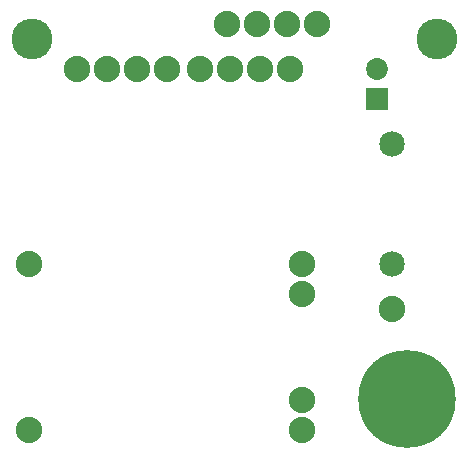
<source format=gbs>
G04 MADE WITH FRITZING*
G04 WWW.FRITZING.ORG*
G04 DOUBLE SIDED*
G04 HOLES PLATED*
G04 CONTOUR ON CENTER OF CONTOUR VECTOR*
%ASAXBY*%
%FSLAX23Y23*%
%MOIN*%
%OFA0B0*%
%SFA1.0B1.0*%
%ADD10C,0.085000*%
%ADD11C,0.072992*%
%ADD12C,0.088000*%
%ADD13C,0.324960*%
%ADD14C,0.135984*%
%ADD15R,0.072992X0.072992*%
%LNMASK0*%
G90*
G70*
G54D10*
X1301Y1036D03*
X1301Y636D03*
G54D11*
X1251Y1188D03*
X1251Y1286D03*
G54D12*
X1301Y486D03*
X751Y1438D03*
X851Y1438D03*
X951Y1438D03*
X1051Y1438D03*
X961Y1286D03*
X861Y1286D03*
X761Y1286D03*
X661Y1286D03*
X961Y1286D03*
X861Y1286D03*
X761Y1286D03*
X661Y1286D03*
X251Y1286D03*
X351Y1286D03*
X451Y1286D03*
X551Y1286D03*
X92Y636D03*
X92Y85D03*
X1001Y636D03*
X1001Y536D03*
X1001Y185D03*
X1001Y85D03*
G54D13*
X1351Y186D03*
G54D14*
X1451Y1386D03*
X101Y1386D03*
G54D15*
X1251Y1188D03*
G04 End of Mask0*
M02*
</source>
